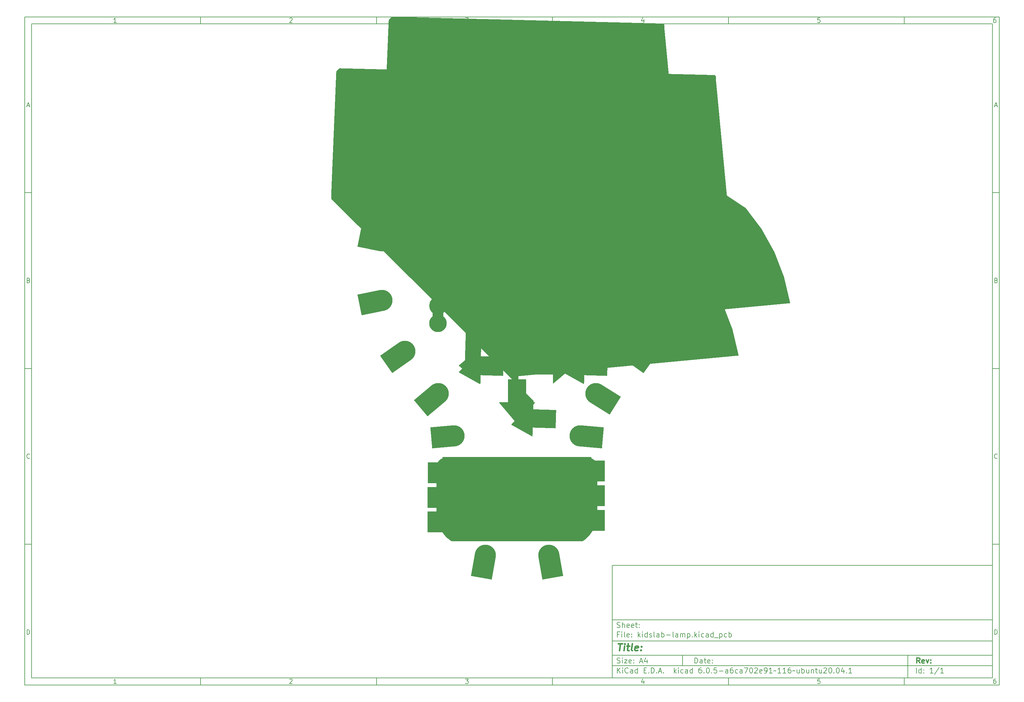
<source format=gbr>
%TF.GenerationSoftware,KiCad,Pcbnew,6.0.5-a6ca702e91~116~ubuntu20.04.1*%
%TF.CreationDate,2022-05-23T12:48:00+02:00*%
%TF.ProjectId,kidslab-lamp,6b696473-6c61-4622-9d6c-616d702e6b69,rev?*%
%TF.SameCoordinates,Original*%
%TF.FileFunction,Soldermask,Top*%
%TF.FilePolarity,Negative*%
%FSLAX46Y46*%
G04 Gerber Fmt 4.6, Leading zero omitted, Abs format (unit mm)*
G04 Created by KiCad (PCBNEW 6.0.5-a6ca702e91~116~ubuntu20.04.1) date 2022-05-23 12:48:00*
%MOMM*%
%LPD*%
G01*
G04 APERTURE LIST*
G04 Aperture macros list*
%AMFreePoly0*
4,1,66,4.411842,5.095106,4.430902,5.095106,4.441081,5.087711,4.453280,5.084625,4.465483,5.069982,4.480902,5.058779,4.484790,5.046813,4.492846,5.037146,4.494111,5.018124,4.500000,5.000000,4.500000,2.600000,10.900000,2.600000,10.915063,2.595106,10.930902,2.595106,10.943716,2.585796,10.958779,2.580902,10.968089,2.568089,10.980902,2.558779,10.985796,2.543716,10.995106,2.530902,
10.995106,2.515063,11.000000,2.500000,11.000000,-2.500000,10.995106,-2.515063,10.995106,-2.530902,10.985796,-2.543716,10.980902,-2.558779,10.968089,-2.568089,10.958779,-2.580902,10.943716,-2.585796,10.930902,-2.595106,10.915063,-2.595106,10.900000,-2.600000,4.500000,-2.600000,4.500000,-5.000000,4.494111,-5.018124,4.492846,-5.037146,4.484790,-5.046813,4.480902,-5.058779,4.465483,-5.069982,
4.453280,-5.084625,4.441081,-5.087711,4.430902,-5.095106,4.411842,-5.095106,4.393363,-5.099780,4.381681,-5.095106,4.369098,-5.095106,4.353676,-5.083901,4.335982,-5.076822,-1.664018,-0.076822,-1.677110,-0.056028,-1.692845,-0.037146,-1.693299,-0.030314,-1.696947,-0.024521,-1.695316,0.000000,-1.696947,0.024521,-1.693299,0.030314,-1.692845,0.037146,-1.677110,0.056028,-1.664018,0.076822,
4.335982,5.076822,4.353676,5.083901,4.369098,5.095106,4.381681,5.095106,4.393363,5.099780,4.411842,5.095106,4.411842,5.095106,$1*%
%AMFreePoly1*
4,1,48,0.468453,2.455718,0.772542,2.377641,1.064448,2.262068,1.339567,2.110820,1.593560,1.926283,1.822422,1.711368,1.955916,1.550000,3.250000,1.550000,3.285355,1.535355,3.300000,1.500000,3.300000,-1.500000,3.285355,-1.535355,3.250000,-1.550000,1.955916,-1.550000,1.822422,-1.711368,1.593560,-1.926283,1.339567,-2.110820,1.064448,-2.262068,0.772542,-2.377641,0.468453,-2.455718,
0.156976,-2.495067,-0.156976,-2.495067,-0.468453,-2.455718,-0.772542,-2.377641,-1.064448,-2.262068,-1.339567,-2.110820,-1.593560,-1.926283,-1.822422,-1.711368,-2.022542,-1.469463,-2.190767,-1.204384,-2.324441,-0.920311,-2.421458,-0.621725,-2.480287,-0.313333,-2.500000,0.000000,-2.480287,0.313333,-2.421458,0.621725,-2.324441,0.920311,-2.190767,1.204384,-2.022542,1.469463,-1.822422,1.711368,
-1.593560,1.926283,-1.339567,2.110820,-1.064448,2.262068,-0.772542,2.377641,-0.468453,2.455718,-0.156976,2.495067,0.156976,2.495067,0.468453,2.455718,0.468453,2.455718,$1*%
%AMFreePoly2*
4,1,34,6.500000,-3.000000,0.000000,-3.000000,0.000000,-2.998354,-0.313585,-2.983566,-0.654430,-2.927750,-0.986600,-2.833129,-1.305693,-2.700956,-1.607480,-2.532984,-1.887961,-2.331438,-2.143418,-2.098991,-2.370465,-1.838721,-2.566093,-1.554081,-2.727708,-1.248842,-2.853170,-0.927051,-2.940814,-0.592972,-2.989479,-0.251034,-2.998520,0.094232,-2.967817,0.438249,-2.897777,0.776457,-2.789329,1.104374,
-2.643910,1.417652,-2.463448,1.712141,-2.250333,1.983936,-2.007392,2.229434,-1.737844,2.445383,-1.445261,2.628920,-1.133522,2.777612,-0.806759,2.889488,-0.469303,2.963065,-0.125627,2.997368,0.000000,2.995395,0.000000,3.000000,6.500000,3.000000,6.500000,-3.000000,6.500000,-3.000000,$1*%
G04 Aperture macros list end*
%ADD10C,0.100000*%
%ADD11C,0.150000*%
%ADD12C,0.300000*%
%ADD13C,0.400000*%
%ADD14C,0.200000*%
%ADD15FreePoly0,270.000000*%
%ADD16FreePoly1,270.000000*%
%ADD17C,5.000000*%
%ADD18FreePoly0,0.000000*%
%ADD19FreePoly1,0.000000*%
%ADD20FreePoly0,180.000000*%
%ADD21FreePoly1,180.000000*%
%ADD22FreePoly0,90.000000*%
%ADD23FreePoly1,90.000000*%
%ADD24FreePoly2,355.000000*%
%ADD25FreePoly2,220.000000*%
%ADD26FreePoly2,0.000000*%
%ADD27FreePoly2,191.500000*%
%ADD28FreePoly2,215.000000*%
%ADD29FreePoly2,180.000000*%
%ADD30FreePoly2,280.000000*%
%ADD31FreePoly2,145.000000*%
%ADD32FreePoly2,185.000000*%
%ADD33FreePoly2,58.000000*%
%ADD34FreePoly2,328.000000*%
%ADD35FreePoly2,260.000000*%
%ADD36FreePoly2,348.500000*%
%ADD37FreePoly2,11.000000*%
%ADD38FreePoly2,35.000000*%
%ADD39FreePoly2,124.500000*%
%ADD40FreePoly2,168.500000*%
%ADD41FreePoly2,324.500000*%
%ADD42R,1.600000X3.000000*%
%ADD43R,1.000000X4.500000*%
%ADD44O,1.800000X1.800000*%
%ADD45O,1.500000X1.500000*%
%ADD46R,3.500000X1.700000*%
%ADD47O,1.700000X1.700000*%
%ADD48R,1.700000X1.700000*%
%ADD49R,1.700000X3.500000*%
%ADD50R,1.500000X1.000000*%
G04 APERTURE END LIST*
D10*
D11*
X177002200Y-166007200D02*
X177002200Y-198007200D01*
X285002200Y-198007200D01*
X285002200Y-166007200D01*
X177002200Y-166007200D01*
D10*
D11*
X10000000Y-10000000D02*
X10000000Y-200007200D01*
X287002200Y-200007200D01*
X287002200Y-10000000D01*
X10000000Y-10000000D01*
D10*
D11*
X12000000Y-12000000D02*
X12000000Y-198007200D01*
X285002200Y-198007200D01*
X285002200Y-12000000D01*
X12000000Y-12000000D01*
D10*
D11*
X60000000Y-12000000D02*
X60000000Y-10000000D01*
D10*
D11*
X110000000Y-12000000D02*
X110000000Y-10000000D01*
D10*
D11*
X160000000Y-12000000D02*
X160000000Y-10000000D01*
D10*
D11*
X210000000Y-12000000D02*
X210000000Y-10000000D01*
D10*
D11*
X260000000Y-12000000D02*
X260000000Y-10000000D01*
D10*
D11*
X36065476Y-11588095D02*
X35322619Y-11588095D01*
X35694047Y-11588095D02*
X35694047Y-10288095D01*
X35570238Y-10473809D01*
X35446428Y-10597619D01*
X35322619Y-10659523D01*
D10*
D11*
X85322619Y-10411904D02*
X85384523Y-10350000D01*
X85508333Y-10288095D01*
X85817857Y-10288095D01*
X85941666Y-10350000D01*
X86003571Y-10411904D01*
X86065476Y-10535714D01*
X86065476Y-10659523D01*
X86003571Y-10845238D01*
X85260714Y-11588095D01*
X86065476Y-11588095D01*
D10*
D11*
X135260714Y-10288095D02*
X136065476Y-10288095D01*
X135632142Y-10783333D01*
X135817857Y-10783333D01*
X135941666Y-10845238D01*
X136003571Y-10907142D01*
X136065476Y-11030952D01*
X136065476Y-11340476D01*
X136003571Y-11464285D01*
X135941666Y-11526190D01*
X135817857Y-11588095D01*
X135446428Y-11588095D01*
X135322619Y-11526190D01*
X135260714Y-11464285D01*
D10*
D11*
X185941666Y-10721428D02*
X185941666Y-11588095D01*
X185632142Y-10226190D02*
X185322619Y-11154761D01*
X186127380Y-11154761D01*
D10*
D11*
X236003571Y-10288095D02*
X235384523Y-10288095D01*
X235322619Y-10907142D01*
X235384523Y-10845238D01*
X235508333Y-10783333D01*
X235817857Y-10783333D01*
X235941666Y-10845238D01*
X236003571Y-10907142D01*
X236065476Y-11030952D01*
X236065476Y-11340476D01*
X236003571Y-11464285D01*
X235941666Y-11526190D01*
X235817857Y-11588095D01*
X235508333Y-11588095D01*
X235384523Y-11526190D01*
X235322619Y-11464285D01*
D10*
D11*
X285941666Y-10288095D02*
X285694047Y-10288095D01*
X285570238Y-10350000D01*
X285508333Y-10411904D01*
X285384523Y-10597619D01*
X285322619Y-10845238D01*
X285322619Y-11340476D01*
X285384523Y-11464285D01*
X285446428Y-11526190D01*
X285570238Y-11588095D01*
X285817857Y-11588095D01*
X285941666Y-11526190D01*
X286003571Y-11464285D01*
X286065476Y-11340476D01*
X286065476Y-11030952D01*
X286003571Y-10907142D01*
X285941666Y-10845238D01*
X285817857Y-10783333D01*
X285570238Y-10783333D01*
X285446428Y-10845238D01*
X285384523Y-10907142D01*
X285322619Y-11030952D01*
D10*
D11*
X60000000Y-198007200D02*
X60000000Y-200007200D01*
D10*
D11*
X110000000Y-198007200D02*
X110000000Y-200007200D01*
D10*
D11*
X160000000Y-198007200D02*
X160000000Y-200007200D01*
D10*
D11*
X210000000Y-198007200D02*
X210000000Y-200007200D01*
D10*
D11*
X260000000Y-198007200D02*
X260000000Y-200007200D01*
D10*
D11*
X36065476Y-199595295D02*
X35322619Y-199595295D01*
X35694047Y-199595295D02*
X35694047Y-198295295D01*
X35570238Y-198481009D01*
X35446428Y-198604819D01*
X35322619Y-198666723D01*
D10*
D11*
X85322619Y-198419104D02*
X85384523Y-198357200D01*
X85508333Y-198295295D01*
X85817857Y-198295295D01*
X85941666Y-198357200D01*
X86003571Y-198419104D01*
X86065476Y-198542914D01*
X86065476Y-198666723D01*
X86003571Y-198852438D01*
X85260714Y-199595295D01*
X86065476Y-199595295D01*
D10*
D11*
X135260714Y-198295295D02*
X136065476Y-198295295D01*
X135632142Y-198790533D01*
X135817857Y-198790533D01*
X135941666Y-198852438D01*
X136003571Y-198914342D01*
X136065476Y-199038152D01*
X136065476Y-199347676D01*
X136003571Y-199471485D01*
X135941666Y-199533390D01*
X135817857Y-199595295D01*
X135446428Y-199595295D01*
X135322619Y-199533390D01*
X135260714Y-199471485D01*
D10*
D11*
X185941666Y-198728628D02*
X185941666Y-199595295D01*
X185632142Y-198233390D02*
X185322619Y-199161961D01*
X186127380Y-199161961D01*
D10*
D11*
X236003571Y-198295295D02*
X235384523Y-198295295D01*
X235322619Y-198914342D01*
X235384523Y-198852438D01*
X235508333Y-198790533D01*
X235817857Y-198790533D01*
X235941666Y-198852438D01*
X236003571Y-198914342D01*
X236065476Y-199038152D01*
X236065476Y-199347676D01*
X236003571Y-199471485D01*
X235941666Y-199533390D01*
X235817857Y-199595295D01*
X235508333Y-199595295D01*
X235384523Y-199533390D01*
X235322619Y-199471485D01*
D10*
D11*
X285941666Y-198295295D02*
X285694047Y-198295295D01*
X285570238Y-198357200D01*
X285508333Y-198419104D01*
X285384523Y-198604819D01*
X285322619Y-198852438D01*
X285322619Y-199347676D01*
X285384523Y-199471485D01*
X285446428Y-199533390D01*
X285570238Y-199595295D01*
X285817857Y-199595295D01*
X285941666Y-199533390D01*
X286003571Y-199471485D01*
X286065476Y-199347676D01*
X286065476Y-199038152D01*
X286003571Y-198914342D01*
X285941666Y-198852438D01*
X285817857Y-198790533D01*
X285570238Y-198790533D01*
X285446428Y-198852438D01*
X285384523Y-198914342D01*
X285322619Y-199038152D01*
D10*
D11*
X10000000Y-60000000D02*
X12000000Y-60000000D01*
D10*
D11*
X10000000Y-110000000D02*
X12000000Y-110000000D01*
D10*
D11*
X10000000Y-160000000D02*
X12000000Y-160000000D01*
D10*
D11*
X10690476Y-35216666D02*
X11309523Y-35216666D01*
X10566666Y-35588095D02*
X11000000Y-34288095D01*
X11433333Y-35588095D01*
D10*
D11*
X11092857Y-84907142D02*
X11278571Y-84969047D01*
X11340476Y-85030952D01*
X11402380Y-85154761D01*
X11402380Y-85340476D01*
X11340476Y-85464285D01*
X11278571Y-85526190D01*
X11154761Y-85588095D01*
X10659523Y-85588095D01*
X10659523Y-84288095D01*
X11092857Y-84288095D01*
X11216666Y-84350000D01*
X11278571Y-84411904D01*
X11340476Y-84535714D01*
X11340476Y-84659523D01*
X11278571Y-84783333D01*
X11216666Y-84845238D01*
X11092857Y-84907142D01*
X10659523Y-84907142D01*
D10*
D11*
X11402380Y-135464285D02*
X11340476Y-135526190D01*
X11154761Y-135588095D01*
X11030952Y-135588095D01*
X10845238Y-135526190D01*
X10721428Y-135402380D01*
X10659523Y-135278571D01*
X10597619Y-135030952D01*
X10597619Y-134845238D01*
X10659523Y-134597619D01*
X10721428Y-134473809D01*
X10845238Y-134350000D01*
X11030952Y-134288095D01*
X11154761Y-134288095D01*
X11340476Y-134350000D01*
X11402380Y-134411904D01*
D10*
D11*
X10659523Y-185588095D02*
X10659523Y-184288095D01*
X10969047Y-184288095D01*
X11154761Y-184350000D01*
X11278571Y-184473809D01*
X11340476Y-184597619D01*
X11402380Y-184845238D01*
X11402380Y-185030952D01*
X11340476Y-185278571D01*
X11278571Y-185402380D01*
X11154761Y-185526190D01*
X10969047Y-185588095D01*
X10659523Y-185588095D01*
D10*
D11*
X287002200Y-60000000D02*
X285002200Y-60000000D01*
D10*
D11*
X287002200Y-110000000D02*
X285002200Y-110000000D01*
D10*
D11*
X287002200Y-160000000D02*
X285002200Y-160000000D01*
D10*
D11*
X285692676Y-35216666D02*
X286311723Y-35216666D01*
X285568866Y-35588095D02*
X286002200Y-34288095D01*
X286435533Y-35588095D01*
D10*
D11*
X286095057Y-84907142D02*
X286280771Y-84969047D01*
X286342676Y-85030952D01*
X286404580Y-85154761D01*
X286404580Y-85340476D01*
X286342676Y-85464285D01*
X286280771Y-85526190D01*
X286156961Y-85588095D01*
X285661723Y-85588095D01*
X285661723Y-84288095D01*
X286095057Y-84288095D01*
X286218866Y-84350000D01*
X286280771Y-84411904D01*
X286342676Y-84535714D01*
X286342676Y-84659523D01*
X286280771Y-84783333D01*
X286218866Y-84845238D01*
X286095057Y-84907142D01*
X285661723Y-84907142D01*
D10*
D11*
X286404580Y-135464285D02*
X286342676Y-135526190D01*
X286156961Y-135588095D01*
X286033152Y-135588095D01*
X285847438Y-135526190D01*
X285723628Y-135402380D01*
X285661723Y-135278571D01*
X285599819Y-135030952D01*
X285599819Y-134845238D01*
X285661723Y-134597619D01*
X285723628Y-134473809D01*
X285847438Y-134350000D01*
X286033152Y-134288095D01*
X286156961Y-134288095D01*
X286342676Y-134350000D01*
X286404580Y-134411904D01*
D10*
D11*
X285661723Y-185588095D02*
X285661723Y-184288095D01*
X285971247Y-184288095D01*
X286156961Y-184350000D01*
X286280771Y-184473809D01*
X286342676Y-184597619D01*
X286404580Y-184845238D01*
X286404580Y-185030952D01*
X286342676Y-185278571D01*
X286280771Y-185402380D01*
X286156961Y-185526190D01*
X285971247Y-185588095D01*
X285661723Y-185588095D01*
D10*
D11*
X200434342Y-193785771D02*
X200434342Y-192285771D01*
X200791485Y-192285771D01*
X201005771Y-192357200D01*
X201148628Y-192500057D01*
X201220057Y-192642914D01*
X201291485Y-192928628D01*
X201291485Y-193142914D01*
X201220057Y-193428628D01*
X201148628Y-193571485D01*
X201005771Y-193714342D01*
X200791485Y-193785771D01*
X200434342Y-193785771D01*
X202577200Y-193785771D02*
X202577200Y-193000057D01*
X202505771Y-192857200D01*
X202362914Y-192785771D01*
X202077200Y-192785771D01*
X201934342Y-192857200D01*
X202577200Y-193714342D02*
X202434342Y-193785771D01*
X202077200Y-193785771D01*
X201934342Y-193714342D01*
X201862914Y-193571485D01*
X201862914Y-193428628D01*
X201934342Y-193285771D01*
X202077200Y-193214342D01*
X202434342Y-193214342D01*
X202577200Y-193142914D01*
X203077200Y-192785771D02*
X203648628Y-192785771D01*
X203291485Y-192285771D02*
X203291485Y-193571485D01*
X203362914Y-193714342D01*
X203505771Y-193785771D01*
X203648628Y-193785771D01*
X204720057Y-193714342D02*
X204577200Y-193785771D01*
X204291485Y-193785771D01*
X204148628Y-193714342D01*
X204077200Y-193571485D01*
X204077200Y-193000057D01*
X204148628Y-192857200D01*
X204291485Y-192785771D01*
X204577200Y-192785771D01*
X204720057Y-192857200D01*
X204791485Y-193000057D01*
X204791485Y-193142914D01*
X204077200Y-193285771D01*
X205434342Y-193642914D02*
X205505771Y-193714342D01*
X205434342Y-193785771D01*
X205362914Y-193714342D01*
X205434342Y-193642914D01*
X205434342Y-193785771D01*
X205434342Y-192857200D02*
X205505771Y-192928628D01*
X205434342Y-193000057D01*
X205362914Y-192928628D01*
X205434342Y-192857200D01*
X205434342Y-193000057D01*
D10*
D11*
X177002200Y-194507200D02*
X285002200Y-194507200D01*
D10*
D11*
X178434342Y-196585771D02*
X178434342Y-195085771D01*
X179291485Y-196585771D02*
X178648628Y-195728628D01*
X179291485Y-195085771D02*
X178434342Y-195942914D01*
X179934342Y-196585771D02*
X179934342Y-195585771D01*
X179934342Y-195085771D02*
X179862914Y-195157200D01*
X179934342Y-195228628D01*
X180005771Y-195157200D01*
X179934342Y-195085771D01*
X179934342Y-195228628D01*
X181505771Y-196442914D02*
X181434342Y-196514342D01*
X181220057Y-196585771D01*
X181077200Y-196585771D01*
X180862914Y-196514342D01*
X180720057Y-196371485D01*
X180648628Y-196228628D01*
X180577200Y-195942914D01*
X180577200Y-195728628D01*
X180648628Y-195442914D01*
X180720057Y-195300057D01*
X180862914Y-195157200D01*
X181077200Y-195085771D01*
X181220057Y-195085771D01*
X181434342Y-195157200D01*
X181505771Y-195228628D01*
X182791485Y-196585771D02*
X182791485Y-195800057D01*
X182720057Y-195657200D01*
X182577200Y-195585771D01*
X182291485Y-195585771D01*
X182148628Y-195657200D01*
X182791485Y-196514342D02*
X182648628Y-196585771D01*
X182291485Y-196585771D01*
X182148628Y-196514342D01*
X182077200Y-196371485D01*
X182077200Y-196228628D01*
X182148628Y-196085771D01*
X182291485Y-196014342D01*
X182648628Y-196014342D01*
X182791485Y-195942914D01*
X184148628Y-196585771D02*
X184148628Y-195085771D01*
X184148628Y-196514342D02*
X184005771Y-196585771D01*
X183720057Y-196585771D01*
X183577200Y-196514342D01*
X183505771Y-196442914D01*
X183434342Y-196300057D01*
X183434342Y-195871485D01*
X183505771Y-195728628D01*
X183577200Y-195657200D01*
X183720057Y-195585771D01*
X184005771Y-195585771D01*
X184148628Y-195657200D01*
X186005771Y-195800057D02*
X186505771Y-195800057D01*
X186720057Y-196585771D02*
X186005771Y-196585771D01*
X186005771Y-195085771D01*
X186720057Y-195085771D01*
X187362914Y-196442914D02*
X187434342Y-196514342D01*
X187362914Y-196585771D01*
X187291485Y-196514342D01*
X187362914Y-196442914D01*
X187362914Y-196585771D01*
X188077200Y-196585771D02*
X188077200Y-195085771D01*
X188434342Y-195085771D01*
X188648628Y-195157200D01*
X188791485Y-195300057D01*
X188862914Y-195442914D01*
X188934342Y-195728628D01*
X188934342Y-195942914D01*
X188862914Y-196228628D01*
X188791485Y-196371485D01*
X188648628Y-196514342D01*
X188434342Y-196585771D01*
X188077200Y-196585771D01*
X189577200Y-196442914D02*
X189648628Y-196514342D01*
X189577200Y-196585771D01*
X189505771Y-196514342D01*
X189577200Y-196442914D01*
X189577200Y-196585771D01*
X190220057Y-196157200D02*
X190934342Y-196157200D01*
X190077200Y-196585771D02*
X190577200Y-195085771D01*
X191077200Y-196585771D01*
X191577200Y-196442914D02*
X191648628Y-196514342D01*
X191577200Y-196585771D01*
X191505771Y-196514342D01*
X191577200Y-196442914D01*
X191577200Y-196585771D01*
X194577200Y-196585771D02*
X194577200Y-195085771D01*
X194720057Y-196014342D02*
X195148628Y-196585771D01*
X195148628Y-195585771D02*
X194577200Y-196157200D01*
X195791485Y-196585771D02*
X195791485Y-195585771D01*
X195791485Y-195085771D02*
X195720057Y-195157200D01*
X195791485Y-195228628D01*
X195862914Y-195157200D01*
X195791485Y-195085771D01*
X195791485Y-195228628D01*
X197148628Y-196514342D02*
X197005771Y-196585771D01*
X196720057Y-196585771D01*
X196577200Y-196514342D01*
X196505771Y-196442914D01*
X196434342Y-196300057D01*
X196434342Y-195871485D01*
X196505771Y-195728628D01*
X196577200Y-195657200D01*
X196720057Y-195585771D01*
X197005771Y-195585771D01*
X197148628Y-195657200D01*
X198434342Y-196585771D02*
X198434342Y-195800057D01*
X198362914Y-195657200D01*
X198220057Y-195585771D01*
X197934342Y-195585771D01*
X197791485Y-195657200D01*
X198434342Y-196514342D02*
X198291485Y-196585771D01*
X197934342Y-196585771D01*
X197791485Y-196514342D01*
X197720057Y-196371485D01*
X197720057Y-196228628D01*
X197791485Y-196085771D01*
X197934342Y-196014342D01*
X198291485Y-196014342D01*
X198434342Y-195942914D01*
X199791485Y-196585771D02*
X199791485Y-195085771D01*
X199791485Y-196514342D02*
X199648628Y-196585771D01*
X199362914Y-196585771D01*
X199220057Y-196514342D01*
X199148628Y-196442914D01*
X199077200Y-196300057D01*
X199077200Y-195871485D01*
X199148628Y-195728628D01*
X199220057Y-195657200D01*
X199362914Y-195585771D01*
X199648628Y-195585771D01*
X199791485Y-195657200D01*
X202291485Y-195085771D02*
X202005771Y-195085771D01*
X201862914Y-195157200D01*
X201791485Y-195228628D01*
X201648628Y-195442914D01*
X201577200Y-195728628D01*
X201577200Y-196300057D01*
X201648628Y-196442914D01*
X201720057Y-196514342D01*
X201862914Y-196585771D01*
X202148628Y-196585771D01*
X202291485Y-196514342D01*
X202362914Y-196442914D01*
X202434342Y-196300057D01*
X202434342Y-195942914D01*
X202362914Y-195800057D01*
X202291485Y-195728628D01*
X202148628Y-195657200D01*
X201862914Y-195657200D01*
X201720057Y-195728628D01*
X201648628Y-195800057D01*
X201577200Y-195942914D01*
X203077200Y-196442914D02*
X203148628Y-196514342D01*
X203077200Y-196585771D01*
X203005771Y-196514342D01*
X203077200Y-196442914D01*
X203077200Y-196585771D01*
X204077200Y-195085771D02*
X204220057Y-195085771D01*
X204362914Y-195157200D01*
X204434342Y-195228628D01*
X204505771Y-195371485D01*
X204577200Y-195657200D01*
X204577200Y-196014342D01*
X204505771Y-196300057D01*
X204434342Y-196442914D01*
X204362914Y-196514342D01*
X204220057Y-196585771D01*
X204077200Y-196585771D01*
X203934342Y-196514342D01*
X203862914Y-196442914D01*
X203791485Y-196300057D01*
X203720057Y-196014342D01*
X203720057Y-195657200D01*
X203791485Y-195371485D01*
X203862914Y-195228628D01*
X203934342Y-195157200D01*
X204077200Y-195085771D01*
X205220057Y-196442914D02*
X205291485Y-196514342D01*
X205220057Y-196585771D01*
X205148628Y-196514342D01*
X205220057Y-196442914D01*
X205220057Y-196585771D01*
X206648628Y-195085771D02*
X205934342Y-195085771D01*
X205862914Y-195800057D01*
X205934342Y-195728628D01*
X206077200Y-195657200D01*
X206434342Y-195657200D01*
X206577200Y-195728628D01*
X206648628Y-195800057D01*
X206720057Y-195942914D01*
X206720057Y-196300057D01*
X206648628Y-196442914D01*
X206577200Y-196514342D01*
X206434342Y-196585771D01*
X206077200Y-196585771D01*
X205934342Y-196514342D01*
X205862914Y-196442914D01*
X207362914Y-196014342D02*
X208505771Y-196014342D01*
X209862914Y-196585771D02*
X209862914Y-195800057D01*
X209791485Y-195657200D01*
X209648628Y-195585771D01*
X209362914Y-195585771D01*
X209220057Y-195657200D01*
X209862914Y-196514342D02*
X209720057Y-196585771D01*
X209362914Y-196585771D01*
X209220057Y-196514342D01*
X209148628Y-196371485D01*
X209148628Y-196228628D01*
X209220057Y-196085771D01*
X209362914Y-196014342D01*
X209720057Y-196014342D01*
X209862914Y-195942914D01*
X211220057Y-195085771D02*
X210934342Y-195085771D01*
X210791485Y-195157200D01*
X210720057Y-195228628D01*
X210577200Y-195442914D01*
X210505771Y-195728628D01*
X210505771Y-196300057D01*
X210577200Y-196442914D01*
X210648628Y-196514342D01*
X210791485Y-196585771D01*
X211077200Y-196585771D01*
X211220057Y-196514342D01*
X211291485Y-196442914D01*
X211362914Y-196300057D01*
X211362914Y-195942914D01*
X211291485Y-195800057D01*
X211220057Y-195728628D01*
X211077200Y-195657200D01*
X210791485Y-195657200D01*
X210648628Y-195728628D01*
X210577200Y-195800057D01*
X210505771Y-195942914D01*
X212648628Y-196514342D02*
X212505771Y-196585771D01*
X212220057Y-196585771D01*
X212077200Y-196514342D01*
X212005771Y-196442914D01*
X211934342Y-196300057D01*
X211934342Y-195871485D01*
X212005771Y-195728628D01*
X212077200Y-195657200D01*
X212220057Y-195585771D01*
X212505771Y-195585771D01*
X212648628Y-195657200D01*
X213934342Y-196585771D02*
X213934342Y-195800057D01*
X213862914Y-195657200D01*
X213720057Y-195585771D01*
X213434342Y-195585771D01*
X213291485Y-195657200D01*
X213934342Y-196514342D02*
X213791485Y-196585771D01*
X213434342Y-196585771D01*
X213291485Y-196514342D01*
X213220057Y-196371485D01*
X213220057Y-196228628D01*
X213291485Y-196085771D01*
X213434342Y-196014342D01*
X213791485Y-196014342D01*
X213934342Y-195942914D01*
X214505771Y-195085771D02*
X215505771Y-195085771D01*
X214862914Y-196585771D01*
X216362914Y-195085771D02*
X216505771Y-195085771D01*
X216648628Y-195157200D01*
X216720057Y-195228628D01*
X216791485Y-195371485D01*
X216862914Y-195657200D01*
X216862914Y-196014342D01*
X216791485Y-196300057D01*
X216720057Y-196442914D01*
X216648628Y-196514342D01*
X216505771Y-196585771D01*
X216362914Y-196585771D01*
X216220057Y-196514342D01*
X216148628Y-196442914D01*
X216077200Y-196300057D01*
X216005771Y-196014342D01*
X216005771Y-195657200D01*
X216077200Y-195371485D01*
X216148628Y-195228628D01*
X216220057Y-195157200D01*
X216362914Y-195085771D01*
X217434342Y-195228628D02*
X217505771Y-195157200D01*
X217648628Y-195085771D01*
X218005771Y-195085771D01*
X218148628Y-195157200D01*
X218220057Y-195228628D01*
X218291485Y-195371485D01*
X218291485Y-195514342D01*
X218220057Y-195728628D01*
X217362914Y-196585771D01*
X218291485Y-196585771D01*
X219505771Y-196514342D02*
X219362914Y-196585771D01*
X219077200Y-196585771D01*
X218934342Y-196514342D01*
X218862914Y-196371485D01*
X218862914Y-195800057D01*
X218934342Y-195657200D01*
X219077200Y-195585771D01*
X219362914Y-195585771D01*
X219505771Y-195657200D01*
X219577200Y-195800057D01*
X219577200Y-195942914D01*
X218862914Y-196085771D01*
X220291485Y-196585771D02*
X220577200Y-196585771D01*
X220720057Y-196514342D01*
X220791485Y-196442914D01*
X220934342Y-196228628D01*
X221005771Y-195942914D01*
X221005771Y-195371485D01*
X220934342Y-195228628D01*
X220862914Y-195157200D01*
X220720057Y-195085771D01*
X220434342Y-195085771D01*
X220291485Y-195157200D01*
X220220057Y-195228628D01*
X220148628Y-195371485D01*
X220148628Y-195728628D01*
X220220057Y-195871485D01*
X220291485Y-195942914D01*
X220434342Y-196014342D01*
X220720057Y-196014342D01*
X220862914Y-195942914D01*
X220934342Y-195871485D01*
X221005771Y-195728628D01*
X222434342Y-196585771D02*
X221577199Y-196585771D01*
X222005771Y-196585771D02*
X222005771Y-195085771D01*
X221862914Y-195300057D01*
X221720057Y-195442914D01*
X221577199Y-195514342D01*
X222862914Y-196014342D02*
X222934342Y-195942914D01*
X223077199Y-195871485D01*
X223362914Y-196014342D01*
X223505771Y-195942914D01*
X223577199Y-195871485D01*
X224934342Y-196585771D02*
X224077199Y-196585771D01*
X224505771Y-196585771D02*
X224505771Y-195085771D01*
X224362914Y-195300057D01*
X224220057Y-195442914D01*
X224077199Y-195514342D01*
X226362914Y-196585771D02*
X225505771Y-196585771D01*
X225934342Y-196585771D02*
X225934342Y-195085771D01*
X225791485Y-195300057D01*
X225648628Y-195442914D01*
X225505771Y-195514342D01*
X227648628Y-195085771D02*
X227362914Y-195085771D01*
X227220057Y-195157200D01*
X227148628Y-195228628D01*
X227005771Y-195442914D01*
X226934342Y-195728628D01*
X226934342Y-196300057D01*
X227005771Y-196442914D01*
X227077199Y-196514342D01*
X227220057Y-196585771D01*
X227505771Y-196585771D01*
X227648628Y-196514342D01*
X227720057Y-196442914D01*
X227791485Y-196300057D01*
X227791485Y-195942914D01*
X227720057Y-195800057D01*
X227648628Y-195728628D01*
X227505771Y-195657200D01*
X227220057Y-195657200D01*
X227077199Y-195728628D01*
X227005771Y-195800057D01*
X226934342Y-195942914D01*
X228220057Y-196014342D02*
X228291485Y-195942914D01*
X228434342Y-195871485D01*
X228720057Y-196014342D01*
X228862914Y-195942914D01*
X228934342Y-195871485D01*
X230148628Y-195585771D02*
X230148628Y-196585771D01*
X229505771Y-195585771D02*
X229505771Y-196371485D01*
X229577199Y-196514342D01*
X229720057Y-196585771D01*
X229934342Y-196585771D01*
X230077199Y-196514342D01*
X230148628Y-196442914D01*
X230862914Y-196585771D02*
X230862914Y-195085771D01*
X230862914Y-195657200D02*
X231005771Y-195585771D01*
X231291485Y-195585771D01*
X231434342Y-195657200D01*
X231505771Y-195728628D01*
X231577199Y-195871485D01*
X231577199Y-196300057D01*
X231505771Y-196442914D01*
X231434342Y-196514342D01*
X231291485Y-196585771D01*
X231005771Y-196585771D01*
X230862914Y-196514342D01*
X232862914Y-195585771D02*
X232862914Y-196585771D01*
X232220057Y-195585771D02*
X232220057Y-196371485D01*
X232291485Y-196514342D01*
X232434342Y-196585771D01*
X232648628Y-196585771D01*
X232791485Y-196514342D01*
X232862914Y-196442914D01*
X233577199Y-195585771D02*
X233577199Y-196585771D01*
X233577199Y-195728628D02*
X233648628Y-195657200D01*
X233791485Y-195585771D01*
X234005771Y-195585771D01*
X234148628Y-195657200D01*
X234220057Y-195800057D01*
X234220057Y-196585771D01*
X234720057Y-195585771D02*
X235291485Y-195585771D01*
X234934342Y-195085771D02*
X234934342Y-196371485D01*
X235005771Y-196514342D01*
X235148628Y-196585771D01*
X235291485Y-196585771D01*
X236434342Y-195585771D02*
X236434342Y-196585771D01*
X235791485Y-195585771D02*
X235791485Y-196371485D01*
X235862914Y-196514342D01*
X236005771Y-196585771D01*
X236220057Y-196585771D01*
X236362914Y-196514342D01*
X236434342Y-196442914D01*
X237077199Y-195228628D02*
X237148628Y-195157200D01*
X237291485Y-195085771D01*
X237648628Y-195085771D01*
X237791485Y-195157200D01*
X237862914Y-195228628D01*
X237934342Y-195371485D01*
X237934342Y-195514342D01*
X237862914Y-195728628D01*
X237005771Y-196585771D01*
X237934342Y-196585771D01*
X238862914Y-195085771D02*
X239005771Y-195085771D01*
X239148628Y-195157200D01*
X239220057Y-195228628D01*
X239291485Y-195371485D01*
X239362914Y-195657200D01*
X239362914Y-196014342D01*
X239291485Y-196300057D01*
X239220057Y-196442914D01*
X239148628Y-196514342D01*
X239005771Y-196585771D01*
X238862914Y-196585771D01*
X238720057Y-196514342D01*
X238648628Y-196442914D01*
X238577199Y-196300057D01*
X238505771Y-196014342D01*
X238505771Y-195657200D01*
X238577199Y-195371485D01*
X238648628Y-195228628D01*
X238720057Y-195157200D01*
X238862914Y-195085771D01*
X240005771Y-196442914D02*
X240077199Y-196514342D01*
X240005771Y-196585771D01*
X239934342Y-196514342D01*
X240005771Y-196442914D01*
X240005771Y-196585771D01*
X241005771Y-195085771D02*
X241148628Y-195085771D01*
X241291485Y-195157200D01*
X241362914Y-195228628D01*
X241434342Y-195371485D01*
X241505771Y-195657200D01*
X241505771Y-196014342D01*
X241434342Y-196300057D01*
X241362914Y-196442914D01*
X241291485Y-196514342D01*
X241148628Y-196585771D01*
X241005771Y-196585771D01*
X240862914Y-196514342D01*
X240791485Y-196442914D01*
X240720057Y-196300057D01*
X240648628Y-196014342D01*
X240648628Y-195657200D01*
X240720057Y-195371485D01*
X240791485Y-195228628D01*
X240862914Y-195157200D01*
X241005771Y-195085771D01*
X242791485Y-195585771D02*
X242791485Y-196585771D01*
X242434342Y-195014342D02*
X242077199Y-196085771D01*
X243005771Y-196085771D01*
X243577199Y-196442914D02*
X243648628Y-196514342D01*
X243577199Y-196585771D01*
X243505771Y-196514342D01*
X243577199Y-196442914D01*
X243577199Y-196585771D01*
X245077199Y-196585771D02*
X244220057Y-196585771D01*
X244648628Y-196585771D02*
X244648628Y-195085771D01*
X244505771Y-195300057D01*
X244362914Y-195442914D01*
X244220057Y-195514342D01*
D10*
D11*
X177002200Y-191507200D02*
X285002200Y-191507200D01*
D10*
D12*
X264411485Y-193785771D02*
X263911485Y-193071485D01*
X263554342Y-193785771D02*
X263554342Y-192285771D01*
X264125771Y-192285771D01*
X264268628Y-192357200D01*
X264340057Y-192428628D01*
X264411485Y-192571485D01*
X264411485Y-192785771D01*
X264340057Y-192928628D01*
X264268628Y-193000057D01*
X264125771Y-193071485D01*
X263554342Y-193071485D01*
X265625771Y-193714342D02*
X265482914Y-193785771D01*
X265197200Y-193785771D01*
X265054342Y-193714342D01*
X264982914Y-193571485D01*
X264982914Y-193000057D01*
X265054342Y-192857200D01*
X265197200Y-192785771D01*
X265482914Y-192785771D01*
X265625771Y-192857200D01*
X265697200Y-193000057D01*
X265697200Y-193142914D01*
X264982914Y-193285771D01*
X266197200Y-192785771D02*
X266554342Y-193785771D01*
X266911485Y-192785771D01*
X267482914Y-193642914D02*
X267554342Y-193714342D01*
X267482914Y-193785771D01*
X267411485Y-193714342D01*
X267482914Y-193642914D01*
X267482914Y-193785771D01*
X267482914Y-192857200D02*
X267554342Y-192928628D01*
X267482914Y-193000057D01*
X267411485Y-192928628D01*
X267482914Y-192857200D01*
X267482914Y-193000057D01*
D10*
D11*
X178362914Y-193714342D02*
X178577200Y-193785771D01*
X178934342Y-193785771D01*
X179077200Y-193714342D01*
X179148628Y-193642914D01*
X179220057Y-193500057D01*
X179220057Y-193357200D01*
X179148628Y-193214342D01*
X179077200Y-193142914D01*
X178934342Y-193071485D01*
X178648628Y-193000057D01*
X178505771Y-192928628D01*
X178434342Y-192857200D01*
X178362914Y-192714342D01*
X178362914Y-192571485D01*
X178434342Y-192428628D01*
X178505771Y-192357200D01*
X178648628Y-192285771D01*
X179005771Y-192285771D01*
X179220057Y-192357200D01*
X179862914Y-193785771D02*
X179862914Y-192785771D01*
X179862914Y-192285771D02*
X179791485Y-192357200D01*
X179862914Y-192428628D01*
X179934342Y-192357200D01*
X179862914Y-192285771D01*
X179862914Y-192428628D01*
X180434342Y-192785771D02*
X181220057Y-192785771D01*
X180434342Y-193785771D01*
X181220057Y-193785771D01*
X182362914Y-193714342D02*
X182220057Y-193785771D01*
X181934342Y-193785771D01*
X181791485Y-193714342D01*
X181720057Y-193571485D01*
X181720057Y-193000057D01*
X181791485Y-192857200D01*
X181934342Y-192785771D01*
X182220057Y-192785771D01*
X182362914Y-192857200D01*
X182434342Y-193000057D01*
X182434342Y-193142914D01*
X181720057Y-193285771D01*
X183077200Y-193642914D02*
X183148628Y-193714342D01*
X183077200Y-193785771D01*
X183005771Y-193714342D01*
X183077200Y-193642914D01*
X183077200Y-193785771D01*
X183077200Y-192857200D02*
X183148628Y-192928628D01*
X183077200Y-193000057D01*
X183005771Y-192928628D01*
X183077200Y-192857200D01*
X183077200Y-193000057D01*
X184862914Y-193357200D02*
X185577200Y-193357200D01*
X184720057Y-193785771D02*
X185220057Y-192285771D01*
X185720057Y-193785771D01*
X186862914Y-192785771D02*
X186862914Y-193785771D01*
X186505771Y-192214342D02*
X186148628Y-193285771D01*
X187077200Y-193285771D01*
D10*
D11*
X263434342Y-196585771D02*
X263434342Y-195085771D01*
X264791485Y-196585771D02*
X264791485Y-195085771D01*
X264791485Y-196514342D02*
X264648628Y-196585771D01*
X264362914Y-196585771D01*
X264220057Y-196514342D01*
X264148628Y-196442914D01*
X264077200Y-196300057D01*
X264077200Y-195871485D01*
X264148628Y-195728628D01*
X264220057Y-195657200D01*
X264362914Y-195585771D01*
X264648628Y-195585771D01*
X264791485Y-195657200D01*
X265505771Y-196442914D02*
X265577200Y-196514342D01*
X265505771Y-196585771D01*
X265434342Y-196514342D01*
X265505771Y-196442914D01*
X265505771Y-196585771D01*
X265505771Y-195657200D02*
X265577200Y-195728628D01*
X265505771Y-195800057D01*
X265434342Y-195728628D01*
X265505771Y-195657200D01*
X265505771Y-195800057D01*
X268148628Y-196585771D02*
X267291485Y-196585771D01*
X267720057Y-196585771D02*
X267720057Y-195085771D01*
X267577200Y-195300057D01*
X267434342Y-195442914D01*
X267291485Y-195514342D01*
X269862914Y-195014342D02*
X268577200Y-196942914D01*
X271148628Y-196585771D02*
X270291485Y-196585771D01*
X270720057Y-196585771D02*
X270720057Y-195085771D01*
X270577200Y-195300057D01*
X270434342Y-195442914D01*
X270291485Y-195514342D01*
D10*
D11*
X177002200Y-187507200D02*
X285002200Y-187507200D01*
D10*
D13*
X178714580Y-188211961D02*
X179857438Y-188211961D01*
X179036009Y-190211961D02*
X179286009Y-188211961D01*
X180274104Y-190211961D02*
X180440771Y-188878628D01*
X180524104Y-188211961D02*
X180416961Y-188307200D01*
X180500295Y-188402438D01*
X180607438Y-188307200D01*
X180524104Y-188211961D01*
X180500295Y-188402438D01*
X181107438Y-188878628D02*
X181869342Y-188878628D01*
X181476485Y-188211961D02*
X181262200Y-189926247D01*
X181333628Y-190116723D01*
X181512200Y-190211961D01*
X181702676Y-190211961D01*
X182655057Y-190211961D02*
X182476485Y-190116723D01*
X182405057Y-189926247D01*
X182619342Y-188211961D01*
X184190771Y-190116723D02*
X183988390Y-190211961D01*
X183607438Y-190211961D01*
X183428866Y-190116723D01*
X183357438Y-189926247D01*
X183452676Y-189164342D01*
X183571723Y-188973866D01*
X183774104Y-188878628D01*
X184155057Y-188878628D01*
X184333628Y-188973866D01*
X184405057Y-189164342D01*
X184381247Y-189354819D01*
X183405057Y-189545295D01*
X185155057Y-190021485D02*
X185238390Y-190116723D01*
X185131247Y-190211961D01*
X185047914Y-190116723D01*
X185155057Y-190021485D01*
X185131247Y-190211961D01*
X185286009Y-188973866D02*
X185369342Y-189069104D01*
X185262200Y-189164342D01*
X185178866Y-189069104D01*
X185286009Y-188973866D01*
X185262200Y-189164342D01*
D10*
D11*
X178934342Y-185600057D02*
X178434342Y-185600057D01*
X178434342Y-186385771D02*
X178434342Y-184885771D01*
X179148628Y-184885771D01*
X179720057Y-186385771D02*
X179720057Y-185385771D01*
X179720057Y-184885771D02*
X179648628Y-184957200D01*
X179720057Y-185028628D01*
X179791485Y-184957200D01*
X179720057Y-184885771D01*
X179720057Y-185028628D01*
X180648628Y-186385771D02*
X180505771Y-186314342D01*
X180434342Y-186171485D01*
X180434342Y-184885771D01*
X181791485Y-186314342D02*
X181648628Y-186385771D01*
X181362914Y-186385771D01*
X181220057Y-186314342D01*
X181148628Y-186171485D01*
X181148628Y-185600057D01*
X181220057Y-185457200D01*
X181362914Y-185385771D01*
X181648628Y-185385771D01*
X181791485Y-185457200D01*
X181862914Y-185600057D01*
X181862914Y-185742914D01*
X181148628Y-185885771D01*
X182505771Y-186242914D02*
X182577200Y-186314342D01*
X182505771Y-186385771D01*
X182434342Y-186314342D01*
X182505771Y-186242914D01*
X182505771Y-186385771D01*
X182505771Y-185457200D02*
X182577200Y-185528628D01*
X182505771Y-185600057D01*
X182434342Y-185528628D01*
X182505771Y-185457200D01*
X182505771Y-185600057D01*
X184362914Y-186385771D02*
X184362914Y-184885771D01*
X184505771Y-185814342D02*
X184934342Y-186385771D01*
X184934342Y-185385771D02*
X184362914Y-185957200D01*
X185577200Y-186385771D02*
X185577200Y-185385771D01*
X185577200Y-184885771D02*
X185505771Y-184957200D01*
X185577200Y-185028628D01*
X185648628Y-184957200D01*
X185577200Y-184885771D01*
X185577200Y-185028628D01*
X186934342Y-186385771D02*
X186934342Y-184885771D01*
X186934342Y-186314342D02*
X186791485Y-186385771D01*
X186505771Y-186385771D01*
X186362914Y-186314342D01*
X186291485Y-186242914D01*
X186220057Y-186100057D01*
X186220057Y-185671485D01*
X186291485Y-185528628D01*
X186362914Y-185457200D01*
X186505771Y-185385771D01*
X186791485Y-185385771D01*
X186934342Y-185457200D01*
X187577200Y-186314342D02*
X187720057Y-186385771D01*
X188005771Y-186385771D01*
X188148628Y-186314342D01*
X188220057Y-186171485D01*
X188220057Y-186100057D01*
X188148628Y-185957200D01*
X188005771Y-185885771D01*
X187791485Y-185885771D01*
X187648628Y-185814342D01*
X187577200Y-185671485D01*
X187577200Y-185600057D01*
X187648628Y-185457200D01*
X187791485Y-185385771D01*
X188005771Y-185385771D01*
X188148628Y-185457200D01*
X189077200Y-186385771D02*
X188934342Y-186314342D01*
X188862914Y-186171485D01*
X188862914Y-184885771D01*
X190291485Y-186385771D02*
X190291485Y-185600057D01*
X190220057Y-185457200D01*
X190077200Y-185385771D01*
X189791485Y-185385771D01*
X189648628Y-185457200D01*
X190291485Y-186314342D02*
X190148628Y-186385771D01*
X189791485Y-186385771D01*
X189648628Y-186314342D01*
X189577200Y-186171485D01*
X189577200Y-186028628D01*
X189648628Y-185885771D01*
X189791485Y-185814342D01*
X190148628Y-185814342D01*
X190291485Y-185742914D01*
X191005771Y-186385771D02*
X191005771Y-184885771D01*
X191005771Y-185457200D02*
X191148628Y-185385771D01*
X191434342Y-185385771D01*
X191577200Y-185457200D01*
X191648628Y-185528628D01*
X191720057Y-185671485D01*
X191720057Y-186100057D01*
X191648628Y-186242914D01*
X191577200Y-186314342D01*
X191434342Y-186385771D01*
X191148628Y-186385771D01*
X191005771Y-186314342D01*
X192362914Y-185814342D02*
X193505771Y-185814342D01*
X194434342Y-186385771D02*
X194291485Y-186314342D01*
X194220057Y-186171485D01*
X194220057Y-184885771D01*
X195648628Y-186385771D02*
X195648628Y-185600057D01*
X195577200Y-185457200D01*
X195434342Y-185385771D01*
X195148628Y-185385771D01*
X195005771Y-185457200D01*
X195648628Y-186314342D02*
X195505771Y-186385771D01*
X195148628Y-186385771D01*
X195005771Y-186314342D01*
X194934342Y-186171485D01*
X194934342Y-186028628D01*
X195005771Y-185885771D01*
X195148628Y-185814342D01*
X195505771Y-185814342D01*
X195648628Y-185742914D01*
X196362914Y-186385771D02*
X196362914Y-185385771D01*
X196362914Y-185528628D02*
X196434342Y-185457200D01*
X196577200Y-185385771D01*
X196791485Y-185385771D01*
X196934342Y-185457200D01*
X197005771Y-185600057D01*
X197005771Y-186385771D01*
X197005771Y-185600057D02*
X197077200Y-185457200D01*
X197220057Y-185385771D01*
X197434342Y-185385771D01*
X197577200Y-185457200D01*
X197648628Y-185600057D01*
X197648628Y-186385771D01*
X198362914Y-185385771D02*
X198362914Y-186885771D01*
X198362914Y-185457200D02*
X198505771Y-185385771D01*
X198791485Y-185385771D01*
X198934342Y-185457200D01*
X199005771Y-185528628D01*
X199077200Y-185671485D01*
X199077200Y-186100057D01*
X199005771Y-186242914D01*
X198934342Y-186314342D01*
X198791485Y-186385771D01*
X198505771Y-186385771D01*
X198362914Y-186314342D01*
X199720057Y-186242914D02*
X199791485Y-186314342D01*
X199720057Y-186385771D01*
X199648628Y-186314342D01*
X199720057Y-186242914D01*
X199720057Y-186385771D01*
X200434342Y-186385771D02*
X200434342Y-184885771D01*
X200577200Y-185814342D02*
X201005771Y-186385771D01*
X201005771Y-185385771D02*
X200434342Y-185957200D01*
X201648628Y-186385771D02*
X201648628Y-185385771D01*
X201648628Y-184885771D02*
X201577200Y-184957200D01*
X201648628Y-185028628D01*
X201720057Y-184957200D01*
X201648628Y-184885771D01*
X201648628Y-185028628D01*
X203005771Y-186314342D02*
X202862914Y-186385771D01*
X202577200Y-186385771D01*
X202434342Y-186314342D01*
X202362914Y-186242914D01*
X202291485Y-186100057D01*
X202291485Y-185671485D01*
X202362914Y-185528628D01*
X202434342Y-185457200D01*
X202577200Y-185385771D01*
X202862914Y-185385771D01*
X203005771Y-185457200D01*
X204291485Y-186385771D02*
X204291485Y-185600057D01*
X204220057Y-185457200D01*
X204077200Y-185385771D01*
X203791485Y-185385771D01*
X203648628Y-185457200D01*
X204291485Y-186314342D02*
X204148628Y-186385771D01*
X203791485Y-186385771D01*
X203648628Y-186314342D01*
X203577200Y-186171485D01*
X203577200Y-186028628D01*
X203648628Y-185885771D01*
X203791485Y-185814342D01*
X204148628Y-185814342D01*
X204291485Y-185742914D01*
X205648628Y-186385771D02*
X205648628Y-184885771D01*
X205648628Y-186314342D02*
X205505771Y-186385771D01*
X205220057Y-186385771D01*
X205077200Y-186314342D01*
X205005771Y-186242914D01*
X204934342Y-186100057D01*
X204934342Y-185671485D01*
X205005771Y-185528628D01*
X205077200Y-185457200D01*
X205220057Y-185385771D01*
X205505771Y-185385771D01*
X205648628Y-185457200D01*
X206005771Y-186528628D02*
X207148628Y-186528628D01*
X207505771Y-185385771D02*
X207505771Y-186885771D01*
X207505771Y-185457200D02*
X207648628Y-185385771D01*
X207934342Y-185385771D01*
X208077200Y-185457200D01*
X208148628Y-185528628D01*
X208220057Y-185671485D01*
X208220057Y-186100057D01*
X208148628Y-186242914D01*
X208077200Y-186314342D01*
X207934342Y-186385771D01*
X207648628Y-186385771D01*
X207505771Y-186314342D01*
X209505771Y-186314342D02*
X209362914Y-186385771D01*
X209077200Y-186385771D01*
X208934342Y-186314342D01*
X208862914Y-186242914D01*
X208791485Y-186100057D01*
X208791485Y-185671485D01*
X208862914Y-185528628D01*
X208934342Y-185457200D01*
X209077200Y-185385771D01*
X209362914Y-185385771D01*
X209505771Y-185457200D01*
X210148628Y-186385771D02*
X210148628Y-184885771D01*
X210148628Y-185457200D02*
X210291485Y-185385771D01*
X210577200Y-185385771D01*
X210720057Y-185457200D01*
X210791485Y-185528628D01*
X210862914Y-185671485D01*
X210862914Y-186100057D01*
X210791485Y-186242914D01*
X210720057Y-186314342D01*
X210577200Y-186385771D01*
X210291485Y-186385771D01*
X210148628Y-186314342D01*
D10*
D11*
X177002200Y-181507200D02*
X285002200Y-181507200D01*
D10*
D11*
X178362914Y-183614342D02*
X178577200Y-183685771D01*
X178934342Y-183685771D01*
X179077200Y-183614342D01*
X179148628Y-183542914D01*
X179220057Y-183400057D01*
X179220057Y-183257200D01*
X179148628Y-183114342D01*
X179077200Y-183042914D01*
X178934342Y-182971485D01*
X178648628Y-182900057D01*
X178505771Y-182828628D01*
X178434342Y-182757200D01*
X178362914Y-182614342D01*
X178362914Y-182471485D01*
X178434342Y-182328628D01*
X178505771Y-182257200D01*
X178648628Y-182185771D01*
X179005771Y-182185771D01*
X179220057Y-182257200D01*
X179862914Y-183685771D02*
X179862914Y-182185771D01*
X180505771Y-183685771D02*
X180505771Y-182900057D01*
X180434342Y-182757200D01*
X180291485Y-182685771D01*
X180077200Y-182685771D01*
X179934342Y-182757200D01*
X179862914Y-182828628D01*
X181791485Y-183614342D02*
X181648628Y-183685771D01*
X181362914Y-183685771D01*
X181220057Y-183614342D01*
X181148628Y-183471485D01*
X181148628Y-182900057D01*
X181220057Y-182757200D01*
X181362914Y-182685771D01*
X181648628Y-182685771D01*
X181791485Y-182757200D01*
X181862914Y-182900057D01*
X181862914Y-183042914D01*
X181148628Y-183185771D01*
X183077200Y-183614342D02*
X182934342Y-183685771D01*
X182648628Y-183685771D01*
X182505771Y-183614342D01*
X182434342Y-183471485D01*
X182434342Y-182900057D01*
X182505771Y-182757200D01*
X182648628Y-182685771D01*
X182934342Y-182685771D01*
X183077200Y-182757200D01*
X183148628Y-182900057D01*
X183148628Y-183042914D01*
X182434342Y-183185771D01*
X183577200Y-182685771D02*
X184148628Y-182685771D01*
X183791485Y-182185771D02*
X183791485Y-183471485D01*
X183862914Y-183614342D01*
X184005771Y-183685771D01*
X184148628Y-183685771D01*
X184648628Y-183542914D02*
X184720057Y-183614342D01*
X184648628Y-183685771D01*
X184577200Y-183614342D01*
X184648628Y-183542914D01*
X184648628Y-183685771D01*
X184648628Y-182757200D02*
X184720057Y-182828628D01*
X184648628Y-182900057D01*
X184577200Y-182828628D01*
X184648628Y-182757200D01*
X184648628Y-182900057D01*
D10*
D12*
D10*
D11*
D10*
D11*
D10*
D11*
D10*
D11*
D10*
D11*
X197002200Y-191507200D02*
X197002200Y-194507200D01*
D10*
D11*
X261002200Y-191507200D02*
X261002200Y-198007200D01*
%TO.C,GPIO15*%
G36*
X154938000Y-98904000D02*
G01*
X152438000Y-98904000D01*
X152438000Y-105404000D01*
X147438000Y-105404000D01*
X147438000Y-98904000D01*
X144938000Y-98904000D01*
X149938000Y-92904000D01*
X154938000Y-98904000D01*
G37*
D14*
X154938000Y-98904000D02*
X152438000Y-98904000D01*
X152438000Y-105404000D01*
X147438000Y-105404000D01*
X147438000Y-98904000D01*
X144938000Y-98904000D01*
X149938000Y-92904000D01*
X154938000Y-98904000D01*
%TO.C,GPIO14*%
G36*
X139438000Y-106654000D02*
G01*
X145938000Y-106654000D01*
X145938000Y-111654000D01*
X139438000Y-111654000D01*
X139438000Y-114154000D01*
X133438000Y-109154000D01*
X139438000Y-104154000D01*
X139438000Y-106654000D01*
G37*
X139438000Y-106654000D02*
X145938000Y-106654000D01*
X145938000Y-111654000D01*
X139438000Y-111654000D01*
X139438000Y-114154000D01*
X133438000Y-109154000D01*
X139438000Y-104154000D01*
X139438000Y-106654000D01*
%TO.C,GPIO16*%
G36*
X166188000Y-109154000D02*
G01*
X160188000Y-114154000D01*
X160188000Y-111654000D01*
X153688000Y-111654000D01*
X153688000Y-106654000D01*
X160188000Y-106654000D01*
X160188000Y-104154000D01*
X166188000Y-109154000D01*
G37*
X166188000Y-109154000D02*
X160188000Y-114154000D01*
X160188000Y-111654000D01*
X153688000Y-111654000D01*
X153688000Y-106654000D01*
X160188000Y-106654000D01*
X160188000Y-104154000D01*
X166188000Y-109154000D01*
%TO.C,GPIO17*%
G36*
X152438000Y-119654000D02*
G01*
X154938000Y-119654000D01*
X149938000Y-125654000D01*
X144938000Y-119654000D01*
X147438000Y-119654000D01*
X147438000Y-113154000D01*
X152438000Y-113154000D01*
X152438000Y-119654000D01*
G37*
X152438000Y-119654000D02*
X154938000Y-119654000D01*
X149938000Y-125654000D01*
X144938000Y-119654000D01*
X147438000Y-119654000D01*
X147438000Y-113154000D01*
X152438000Y-113154000D01*
X152438000Y-119654000D01*
%TD*%
D15*
%TO.C,GPIO15*%
X149938000Y-94504000D03*
D16*
X149938000Y-97944000D03*
D17*
X149938000Y-102944000D03*
%TD*%
D18*
%TO.C,GPIO14*%
X135038000Y-109154000D03*
D19*
X138478000Y-109154000D03*
D17*
X143478000Y-109154000D03*
%TD*%
D20*
%TO.C,GPIO16*%
X164588000Y-109154000D03*
D21*
X161148000Y-109154000D03*
D17*
X156148000Y-109154000D03*
%TD*%
D22*
%TO.C,GPIO17*%
X149938000Y-124054000D03*
D23*
X149938000Y-120614000D03*
D17*
X149938000Y-115614000D03*
%TD*%
D24*
%TO.C,E39*%
X167838381Y-129145284D03*
%TD*%
D25*
%TO.C,GPIO5*%
X127514604Y-117089721D03*
%TD*%
D26*
%TO.C,E30*%
X168338000Y-146154000D03*
%TD*%
D27*
%TO.C,GPIO3*%
X111535992Y-90634063D03*
%TD*%
D28*
%TO.C,GPIO4*%
X118019915Y-105096642D03*
%TD*%
D29*
%TO.C,E34*%
X131038000Y-153654000D03*
%TD*%
D30*
%TO.C,E37*%
X158920635Y-163055519D03*
%TD*%
D31*
%TO.C,GPIO1*%
X116519915Y-60211358D03*
%TD*%
D32*
%TO.C,E40*%
X132037619Y-129145284D03*
%TD*%
D33*
%TO.C,GPIO28*%
X172385008Y-49238805D03*
%TD*%
D34*
%TO.C,GPIO20*%
X172353195Y-117101008D03*
%TD*%
D26*
%TO.C,E31*%
X168338000Y-139154000D03*
%TD*%
D35*
%TO.C,E38*%
X140955365Y-163055519D03*
%TD*%
D29*
%TO.C,E33*%
X131098000Y-139654000D03*
%TD*%
D26*
%TO.C,E35*%
X168338000Y-153154000D03*
%TD*%
D36*
%TO.C,GPIO22*%
X188340008Y-90634063D03*
%TD*%
D29*
%TO.C,E32*%
X131038000Y-146654000D03*
%TD*%
D37*
%TO.C,GPIO26*%
X188339837Y-73673081D03*
%TD*%
D38*
%TO.C,GPIO27*%
X182856085Y-60211358D03*
%TD*%
D39*
%TO.C,GPIO0*%
X127994641Y-49236413D03*
%TD*%
D40*
%TO.C,GPIO2*%
X111535992Y-73673937D03*
%TD*%
D41*
%TO.C,GPIO21*%
X182356588Y-105095930D03*
%TD*%
D42*
%TO.C,C2*%
X122438000Y-78404000D03*
X133438000Y-78404000D03*
D43*
X130938000Y-81154000D03*
X128938000Y-81154000D03*
X126938000Y-81154000D03*
X125138000Y-81154000D03*
%TD*%
D44*
%TO.C,U1*%
X146913000Y-41424000D03*
X152363000Y-41424000D03*
D45*
X147213000Y-44454000D03*
X152063000Y-44454000D03*
D46*
X139848000Y-41294000D03*
D47*
X140748000Y-41294000D03*
D46*
X139848000Y-43834000D03*
D47*
X140748000Y-43834000D03*
D46*
X139848000Y-46374000D03*
D48*
X140748000Y-46374000D03*
D46*
X139848000Y-48914000D03*
D47*
X140748000Y-48914000D03*
X140748000Y-51454000D03*
D46*
X139848000Y-51454000D03*
D47*
X140748000Y-53994000D03*
D46*
X139848000Y-53994000D03*
D47*
X140748000Y-56534000D03*
D46*
X139848000Y-56534000D03*
X139848000Y-59074000D03*
D48*
X140748000Y-59074000D03*
D46*
X139848000Y-61614000D03*
D47*
X140748000Y-61614000D03*
D46*
X139848000Y-64154000D03*
D47*
X140748000Y-64154000D03*
X140748000Y-66694000D03*
D46*
X139848000Y-66694000D03*
X139848000Y-69234000D03*
D47*
X140748000Y-69234000D03*
D48*
X140748000Y-71774000D03*
D46*
X139848000Y-71774000D03*
D47*
X140748000Y-74314000D03*
D46*
X139848000Y-74314000D03*
X139848000Y-76854000D03*
D47*
X140748000Y-76854000D03*
X140748000Y-79394000D03*
D46*
X139848000Y-79394000D03*
D47*
X140748000Y-81934000D03*
D46*
X139848000Y-81934000D03*
X139848000Y-84474000D03*
D48*
X140748000Y-84474000D03*
D46*
X139848000Y-87014000D03*
D47*
X140748000Y-87014000D03*
D46*
X139848000Y-89554000D03*
D47*
X140748000Y-89554000D03*
D46*
X159428000Y-89554000D03*
D47*
X158528000Y-89554000D03*
X158528000Y-87014000D03*
D46*
X159428000Y-87014000D03*
D48*
X158528000Y-84474000D03*
D46*
X159428000Y-84474000D03*
X159428000Y-81934000D03*
D47*
X158528000Y-81934000D03*
D46*
X159428000Y-79394000D03*
D47*
X158528000Y-79394000D03*
D46*
X159428000Y-76854000D03*
D47*
X158528000Y-76854000D03*
X158528000Y-74314000D03*
D46*
X159428000Y-74314000D03*
D48*
X158528000Y-71774000D03*
D46*
X159428000Y-71774000D03*
X159428000Y-69234000D03*
D47*
X158528000Y-69234000D03*
X158528000Y-66694000D03*
D46*
X159428000Y-66694000D03*
X159428000Y-64154000D03*
D47*
X158528000Y-64154000D03*
D46*
X159428000Y-61614000D03*
D47*
X158528000Y-61614000D03*
D48*
X158528000Y-59074000D03*
D46*
X159428000Y-59074000D03*
X159428000Y-56534000D03*
D47*
X158528000Y-56534000D03*
D46*
X159428000Y-53994000D03*
D47*
X158528000Y-53994000D03*
X158528000Y-51454000D03*
D46*
X159428000Y-51454000D03*
X159428000Y-48914000D03*
D47*
X158528000Y-48914000D03*
D46*
X159428000Y-46374000D03*
D48*
X158528000Y-46374000D03*
D47*
X158528000Y-43834000D03*
D46*
X159428000Y-43834000D03*
X159428000Y-41294000D03*
D47*
X158528000Y-41294000D03*
X147098000Y-89324000D03*
D49*
X147098000Y-90224000D03*
D48*
X149638000Y-89324000D03*
D49*
X149638000Y-90224000D03*
X152178000Y-90224000D03*
D47*
X152178000Y-89324000D03*
%TD*%
D23*
%TO.C,GPIO18*%
X172438000Y-97154000D03*
D17*
X172438000Y-92154000D03*
%TD*%
D48*
%TO.C,C1*%
X177463000Y-79154000D03*
D47*
X174923000Y-79154000D03*
X172383000Y-79154000D03*
%TD*%
D19*
%TO.C,B6*%
X154938000Y-139154000D03*
D17*
X159938000Y-139154000D03*
%TD*%
%TO.C,GPIO13*%
X127438000Y-92154000D03*
D23*
X127438000Y-97154000D03*
%TD*%
D19*
%TO.C,B1*%
X154938000Y-153154000D03*
D17*
X159938000Y-153154000D03*
%TD*%
%TO.C,B2*%
X144438000Y-146654000D03*
D19*
X139438000Y-146654000D03*
%TD*%
%TO.C,B4*%
X139438000Y-153654000D03*
D17*
X144438000Y-153654000D03*
%TD*%
D50*
%TO.C,D12*%
X152388000Y-110754000D03*
X152388000Y-107554000D03*
X147488000Y-107554000D03*
X147488000Y-110754000D03*
%TD*%
D17*
%TO.C,B3*%
X144438000Y-139654000D03*
D19*
X139438000Y-139654000D03*
%TD*%
D17*
%TO.C,B5*%
X159938000Y-146154000D03*
D19*
X154938000Y-146154000D03*
%TD*%
G36*
X171000110Y-135174002D02*
G01*
X171046603Y-135227658D01*
X171057984Y-135281172D01*
X171055728Y-135523746D01*
X171059653Y-135537589D01*
X171073580Y-135549357D01*
X171233605Y-135615920D01*
X171242169Y-135619864D01*
X171408203Y-135704001D01*
X171416398Y-135708544D01*
X171574399Y-135803989D01*
X171582184Y-135809095D01*
X171731701Y-135915233D01*
X171739047Y-135920863D01*
X171879684Y-136037123D01*
X171886557Y-136043242D01*
X172017857Y-136168999D01*
X172024239Y-136175573D01*
X172145797Y-136310256D01*
X172151671Y-136317258D01*
X172263024Y-136460241D01*
X172268367Y-136467641D01*
X172369080Y-136618314D01*
X172373878Y-136626086D01*
X172463531Y-136783870D01*
X172467762Y-136791990D01*
X172545894Y-136956235D01*
X172549538Y-136964676D01*
X172615736Y-137134824D01*
X172618768Y-137143552D01*
X172672588Y-137318968D01*
X172674985Y-137327949D01*
X172716000Y-137508057D01*
X172717737Y-137517247D01*
X172745515Y-137701468D01*
X172746569Y-137710816D01*
X172760672Y-137898553D01*
X172761026Y-137907992D01*
X172761026Y-151334965D01*
X172761003Y-151337357D01*
X172755090Y-151648720D01*
X172754938Y-151652969D01*
X172738604Y-151962431D01*
X172738309Y-151966664D01*
X172711611Y-152274863D01*
X172711174Y-152279078D01*
X172674184Y-152585745D01*
X172673607Y-152589936D01*
X172626392Y-152894858D01*
X172625675Y-152899024D01*
X172568313Y-153201900D01*
X172567458Y-153206037D01*
X172500008Y-153506682D01*
X172499015Y-153510785D01*
X172421557Y-153808898D01*
X172420427Y-153812965D01*
X172333032Y-154108300D01*
X172331766Y-154112328D01*
X172234511Y-154404610D01*
X172233111Y-154408595D01*
X172126043Y-154697644D01*
X172124508Y-154701583D01*
X172007733Y-154987053D01*
X172006066Y-154990942D01*
X171879619Y-155272671D01*
X171877819Y-155276507D01*
X171741797Y-155554177D01*
X171739866Y-155557955D01*
X171594329Y-155831344D01*
X171592268Y-155835064D01*
X171437313Y-156103866D01*
X171435095Y-156107565D01*
X171270956Y-156371025D01*
X171268653Y-156374587D01*
X171096083Y-156631857D01*
X171093664Y-156635336D01*
X170912823Y-156886269D01*
X170910291Y-156889660D01*
X170721429Y-157133986D01*
X170718789Y-157137286D01*
X170522027Y-157374914D01*
X170519278Y-157378122D01*
X170314865Y-157608790D01*
X170312013Y-157611902D01*
X170100074Y-157835502D01*
X170097120Y-157838516D01*
X169877917Y-158054788D01*
X169874863Y-158057702D01*
X169648491Y-158266554D01*
X169645340Y-158269365D01*
X169412045Y-158470559D01*
X169408800Y-158473264D01*
X169168756Y-158666633D01*
X169165419Y-158669230D01*
X168918815Y-158854591D01*
X168915388Y-158857078D01*
X168662398Y-159034257D01*
X168658885Y-159036630D01*
X168510034Y-159133580D01*
X168441267Y-159154000D01*
X131411928Y-159154000D01*
X131343318Y-159133682D01*
X131155047Y-159011454D01*
X131151542Y-159009094D01*
X130897972Y-158832110D01*
X130894552Y-158829637D01*
X130647305Y-158644451D01*
X130643972Y-158641866D01*
X130403284Y-158448686D01*
X130400041Y-158445993D01*
X130166065Y-158244969D01*
X130162915Y-158242170D01*
X129935842Y-158033481D01*
X129932788Y-158030578D01*
X129712858Y-157814450D01*
X129709900Y-157811445D01*
X129497229Y-157587980D01*
X129494373Y-157584876D01*
X129289227Y-157354333D01*
X129286473Y-157351132D01*
X129088986Y-157113627D01*
X129086338Y-157110330D01*
X128896743Y-156866089D01*
X128894203Y-156862702D01*
X128712665Y-156611874D01*
X128710236Y-156608396D01*
X128536957Y-156351173D01*
X128534642Y-156347608D01*
X128369795Y-156084141D01*
X128367635Y-156080558D01*
X128211567Y-155811658D01*
X128209493Y-155807942D01*
X128062903Y-155534501D01*
X128060959Y-155530723D01*
X127923908Y-155252979D01*
X127922096Y-155249145D01*
X127794653Y-154967350D01*
X127792973Y-154963462D01*
X127675211Y-154677879D01*
X127673664Y-154673942D01*
X127565640Y-154384792D01*
X127564228Y-154380809D01*
X127466012Y-154088348D01*
X127464734Y-154084321D01*
X127376406Y-153788830D01*
X127375265Y-153784764D01*
X127296898Y-153486514D01*
X127295893Y-153482412D01*
X127227542Y-153181594D01*
X127226675Y-153177459D01*
X127168416Y-152874360D01*
X127167688Y-152870196D01*
X127119595Y-152565094D01*
X127119006Y-152560904D01*
X127081139Y-152253995D01*
X127080691Y-152249781D01*
X127053128Y-151941353D01*
X127052822Y-151937123D01*
X127035629Y-151627451D01*
X127035465Y-151623204D01*
X127028696Y-151311755D01*
X127028666Y-151309017D01*
X127028666Y-137880050D01*
X127028889Y-137872558D01*
X127034453Y-137779152D01*
X127034825Y-137774411D01*
X127043990Y-137680456D01*
X127044539Y-137675747D01*
X127057164Y-137582705D01*
X127057887Y-137578035D01*
X127073917Y-137485964D01*
X127074812Y-137481338D01*
X127094196Y-137390293D01*
X127095259Y-137385719D01*
X127117920Y-137295865D01*
X127119149Y-137291348D01*
X127145069Y-137202613D01*
X127146461Y-137198158D01*
X127175547Y-137110753D01*
X127177096Y-137106369D01*
X127209314Y-137020291D01*
X127211020Y-137015976D01*
X127246314Y-136931315D01*
X127248172Y-136927079D01*
X127286480Y-136843922D01*
X127288488Y-136839765D01*
X127329741Y-136758216D01*
X127331896Y-136754144D01*
X127376082Y-136674195D01*
X127378380Y-136670211D01*
X127425387Y-136592040D01*
X127427827Y-136588144D01*
X127477641Y-136511759D01*
X127480218Y-136507961D01*
X127532756Y-136433477D01*
X127535471Y-136429773D01*
X127590687Y-136357255D01*
X127593536Y-136353652D01*
X127651401Y-136283143D01*
X127654380Y-136279645D01*
X127714762Y-136211310D01*
X127717871Y-136207918D01*
X127780809Y-136141727D01*
X127784045Y-136138446D01*
X127849420Y-136074543D01*
X127852780Y-136071376D01*
X127920561Y-136009813D01*
X127924044Y-136006765D01*
X127994153Y-135947638D01*
X127997757Y-135944710D01*
X128070127Y-135888104D01*
X128073845Y-135885305D01*
X128148487Y-135831243D01*
X128152319Y-135828575D01*
X128229122Y-135777176D01*
X128233061Y-135774644D01*
X128311982Y-135725973D01*
X128316028Y-135723581D01*
X128397001Y-135677722D01*
X128401147Y-135675475D01*
X128484161Y-135632481D01*
X128488400Y-135630386D01*
X128573355Y-135590355D01*
X128577685Y-135588414D01*
X128664516Y-135551427D01*
X128668927Y-135549645D01*
X128742962Y-135521361D01*
X128755601Y-135511742D01*
X128759885Y-135499972D01*
X128759885Y-135358248D01*
X128759881Y-135357582D01*
X128759099Y-135281292D01*
X128778401Y-135212970D01*
X128831577Y-135165929D01*
X128885092Y-135154000D01*
X170931989Y-135154000D01*
X171000110Y-135174002D01*
G37*
M02*

</source>
